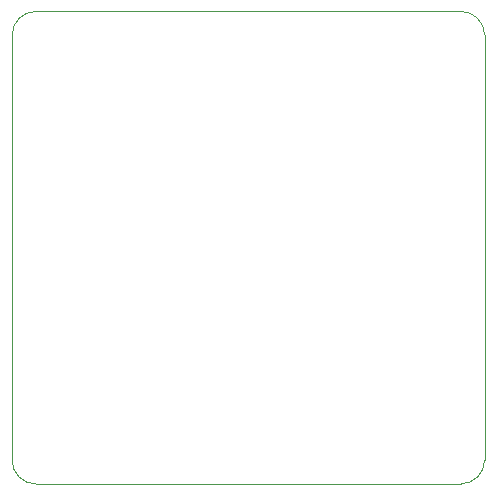
<source format=gbr>
%TF.GenerationSoftware,KiCad,Pcbnew,8.0.9*%
%TF.CreationDate,2025-03-13T22:53:30+08:00*%
%TF.ProjectId,Raspberry_pi_IMX662,52617370-6265-4727-9279-5f70695f494d,rev?*%
%TF.SameCoordinates,Original*%
%TF.FileFunction,Profile,NP*%
%FSLAX46Y46*%
G04 Gerber Fmt 4.6, Leading zero omitted, Abs format (unit mm)*
G04 Created by KiCad (PCBNEW 8.0.9) date 2025-03-13 22:53:30*
%MOMM*%
%LPD*%
G01*
G04 APERTURE LIST*
%TA.AperFunction,Profile*%
%ADD10C,0.050000*%
%TD*%
G04 APERTURE END LIST*
D10*
X120600000Y-121050000D02*
G75*
G02*
X118600000Y-119050000I0J2000000D01*
G01*
X120600000Y-81050000D02*
X156600000Y-81050000D01*
X118600000Y-83050000D02*
G75*
G02*
X120600000Y-81050000I2000000J0D01*
G01*
X156600000Y-81050000D02*
G75*
G02*
X158600000Y-83050000I0J-2000000D01*
G01*
X156600000Y-121050000D02*
X120600000Y-121050000D01*
X158600000Y-119050000D02*
G75*
G02*
X156600000Y-121050000I-2000000J0D01*
G01*
X158600000Y-83050000D02*
X158600000Y-119050000D01*
X118600000Y-119050000D02*
X118600000Y-83050000D01*
M02*

</source>
